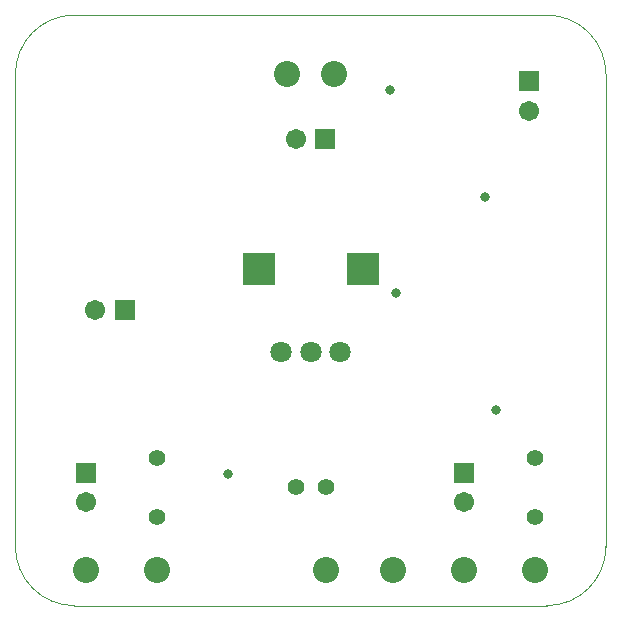
<source format=gbs>
G04*
G04 #@! TF.GenerationSoftware,Altium Limited,Altium Designer,20.2.7 (254)*
G04*
G04 Layer_Color=16711935*
%FSAX44Y44*%
%MOMM*%
G71*
G04*
G04 #@! TF.SameCoordinates,51ACB8CF-5D8B-4831-AD9A-68E97BBA3DB7*
G04*
G04*
G04 #@! TF.FilePolarity,Negative*
G04*
G01*
G75*
%ADD14C,0.1000*%
%ADD28C,1.7032*%
%ADD29R,1.7032X1.7032*%
%ADD30C,1.4032*%
%ADD31C,2.2032*%
%ADD32R,1.7032X1.7032*%
%ADD33C,1.8032*%
%ADD34R,2.8032X2.8032*%
%ADD35C,0.8032*%
D14*
X01125000Y00925000D02*
G03*
X01175000Y00875000I00050000J00000000D01*
G01*
X01625000Y01325000D02*
G03*
X01575000Y01375000I-00050000J00000000D01*
G01*
Y00875000D02*
G03*
X01625000Y00925000I00000000J00050000D01*
G01*
X01175000Y01375000D02*
G03*
X01125000Y01325000I00000000J-00050000D01*
G01*
X01125000Y00925000D02*
X01125000Y01325000D01*
X01625000Y00925000D02*
Y01325000D01*
X01175000Y00875000D02*
X01575000Y00875000D01*
X01175000Y01375000D02*
X01575000D01*
D28*
X01362500Y01270000D02*
D03*
X01505000Y00962500D02*
D03*
X01185000D02*
D03*
X01192500Y01125000D02*
D03*
X01559750Y01294000D02*
D03*
D29*
X01387500Y01270000D02*
D03*
X01217500Y01125000D02*
D03*
D30*
X01362300Y00975000D02*
D03*
X01387700D02*
D03*
X01565000Y01000000D02*
D03*
Y00950000D02*
D03*
X01245000Y01000000D02*
D03*
Y00950000D02*
D03*
D31*
X01565000Y00905000D02*
D03*
X01505000D02*
D03*
X01245000D02*
D03*
X01185000D02*
D03*
X01387700D02*
D03*
X01395000Y01325000D02*
D03*
X01355000D02*
D03*
X01445000Y00905000D02*
D03*
D32*
X01505000Y00987500D02*
D03*
X01185000D02*
D03*
X01559750Y01319000D02*
D03*
D33*
X01350000Y01090000D02*
D03*
X01400000D02*
D03*
X01375000D02*
D03*
D34*
X01419000Y01160000D02*
D03*
X01331000D02*
D03*
D35*
X01522750Y01221250D02*
D03*
X01441750Y01311250D02*
D03*
X01531500Y01041000D02*
D03*
X01305000Y00986750D02*
D03*
X01447250Y01139500D02*
D03*
M02*

</source>
